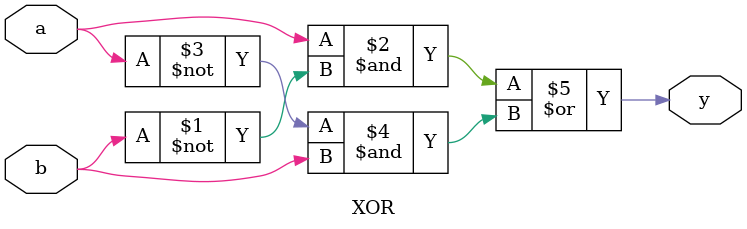
<source format=v>
module XOR(
    input wire a,
    input wire b,
    output wire y
);
    assign y=((a & ~b) | (~a & b));
endmodule
</source>
